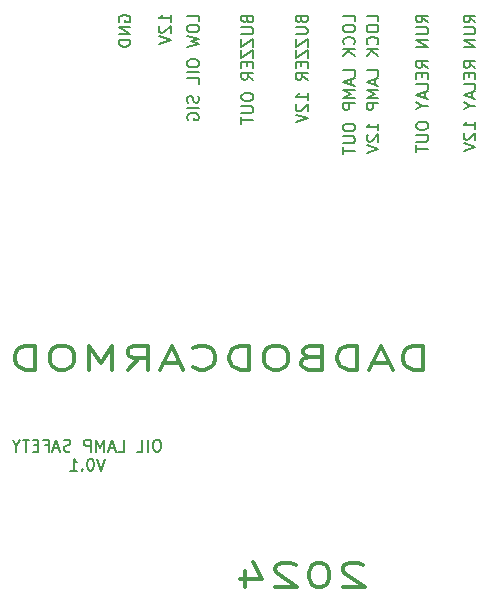
<source format=gbr>
%TF.GenerationSoftware,KiCad,Pcbnew,(6.0.5)*%
%TF.CreationDate,2024-08-08T10:41:33-06:00*%
%TF.ProjectId,oil-lamp-safety,6f696c2d-6c61-46d7-902d-736166657479,v0.1*%
%TF.SameCoordinates,Original*%
%TF.FileFunction,Legend,Bot*%
%TF.FilePolarity,Positive*%
%FSLAX46Y46*%
G04 Gerber Fmt 4.6, Leading zero omitted, Abs format (unit mm)*
G04 Created by KiCad (PCBNEW (6.0.5)) date 2024-08-08 10:41:33*
%MOMM*%
%LPD*%
G01*
G04 APERTURE LIST*
%ADD10C,0.150000*%
%ADD11C,0.300000*%
G04 APERTURE END LIST*
D10*
X123852380Y-66707023D02*
X123376190Y-66373690D01*
X123852380Y-66135595D02*
X122852380Y-66135595D01*
X122852380Y-66516547D01*
X122900000Y-66611785D01*
X122947619Y-66659404D01*
X123042857Y-66707023D01*
X123185714Y-66707023D01*
X123280952Y-66659404D01*
X123328571Y-66611785D01*
X123376190Y-66516547D01*
X123376190Y-66135595D01*
X122852380Y-67135595D02*
X123661904Y-67135595D01*
X123757142Y-67183214D01*
X123804761Y-67230833D01*
X123852380Y-67326071D01*
X123852380Y-67516547D01*
X123804761Y-67611785D01*
X123757142Y-67659404D01*
X123661904Y-67707023D01*
X122852380Y-67707023D01*
X123852380Y-68183214D02*
X122852380Y-68183214D01*
X123852380Y-68754642D01*
X122852380Y-68754642D01*
X123852380Y-70564166D02*
X123376190Y-70230833D01*
X123852380Y-69992738D02*
X122852380Y-69992738D01*
X122852380Y-70373690D01*
X122900000Y-70468928D01*
X122947619Y-70516547D01*
X123042857Y-70564166D01*
X123185714Y-70564166D01*
X123280952Y-70516547D01*
X123328571Y-70468928D01*
X123376190Y-70373690D01*
X123376190Y-69992738D01*
X123328571Y-70992738D02*
X123328571Y-71326071D01*
X123852380Y-71468928D02*
X123852380Y-70992738D01*
X122852380Y-70992738D01*
X122852380Y-71468928D01*
X123852380Y-72373690D02*
X123852380Y-71897500D01*
X122852380Y-71897500D01*
X123566666Y-72659404D02*
X123566666Y-73135595D01*
X123852380Y-72564166D02*
X122852380Y-72897500D01*
X123852380Y-73230833D01*
X123376190Y-73754642D02*
X123852380Y-73754642D01*
X122852380Y-73421309D02*
X123376190Y-73754642D01*
X122852380Y-74087976D01*
X123852380Y-75707023D02*
X123852380Y-75135595D01*
X123852380Y-75421309D02*
X122852380Y-75421309D01*
X122995238Y-75326071D01*
X123090476Y-75230833D01*
X123138095Y-75135595D01*
X122947619Y-76087976D02*
X122900000Y-76135595D01*
X122852380Y-76230833D01*
X122852380Y-76468928D01*
X122900000Y-76564166D01*
X122947619Y-76611785D01*
X123042857Y-76659404D01*
X123138095Y-76659404D01*
X123280952Y-76611785D01*
X123852380Y-76040357D01*
X123852380Y-76659404D01*
X122852380Y-76945119D02*
X123852380Y-77278452D01*
X122852380Y-77611785D01*
X119852380Y-66707023D02*
X119376190Y-66373690D01*
X119852380Y-66135595D02*
X118852380Y-66135595D01*
X118852380Y-66516547D01*
X118900000Y-66611785D01*
X118947619Y-66659404D01*
X119042857Y-66707023D01*
X119185714Y-66707023D01*
X119280952Y-66659404D01*
X119328571Y-66611785D01*
X119376190Y-66516547D01*
X119376190Y-66135595D01*
X118852380Y-67135595D02*
X119661904Y-67135595D01*
X119757142Y-67183214D01*
X119804761Y-67230833D01*
X119852380Y-67326071D01*
X119852380Y-67516547D01*
X119804761Y-67611785D01*
X119757142Y-67659404D01*
X119661904Y-67707023D01*
X118852380Y-67707023D01*
X119852380Y-68183214D02*
X118852380Y-68183214D01*
X119852380Y-68754642D01*
X118852380Y-68754642D01*
X119852380Y-70564166D02*
X119376190Y-70230833D01*
X119852380Y-69992738D02*
X118852380Y-69992738D01*
X118852380Y-70373690D01*
X118900000Y-70468928D01*
X118947619Y-70516547D01*
X119042857Y-70564166D01*
X119185714Y-70564166D01*
X119280952Y-70516547D01*
X119328571Y-70468928D01*
X119376190Y-70373690D01*
X119376190Y-69992738D01*
X119328571Y-70992738D02*
X119328571Y-71326071D01*
X119852380Y-71468928D02*
X119852380Y-70992738D01*
X118852380Y-70992738D01*
X118852380Y-71468928D01*
X119852380Y-72373690D02*
X119852380Y-71897500D01*
X118852380Y-71897500D01*
X119566666Y-72659404D02*
X119566666Y-73135595D01*
X119852380Y-72564166D02*
X118852380Y-72897500D01*
X119852380Y-73230833D01*
X119376190Y-73754642D02*
X119852380Y-73754642D01*
X118852380Y-73421309D02*
X119376190Y-73754642D01*
X118852380Y-74087976D01*
X118852380Y-75373690D02*
X118852380Y-75564166D01*
X118900000Y-75659404D01*
X118995238Y-75754642D01*
X119185714Y-75802261D01*
X119519047Y-75802261D01*
X119709523Y-75754642D01*
X119804761Y-75659404D01*
X119852380Y-75564166D01*
X119852380Y-75373690D01*
X119804761Y-75278452D01*
X119709523Y-75183214D01*
X119519047Y-75135595D01*
X119185714Y-75135595D01*
X118995238Y-75183214D01*
X118900000Y-75278452D01*
X118852380Y-75373690D01*
X118852380Y-76230833D02*
X119661904Y-76230833D01*
X119757142Y-76278452D01*
X119804761Y-76326071D01*
X119852380Y-76421309D01*
X119852380Y-76611785D01*
X119804761Y-76707023D01*
X119757142Y-76754642D01*
X119661904Y-76802261D01*
X118852380Y-76802261D01*
X118852380Y-77135595D02*
X118852380Y-77707023D01*
X119852380Y-77421309D02*
X118852380Y-77421309D01*
X115652380Y-66611785D02*
X115652380Y-66135595D01*
X114652380Y-66135595D01*
X114652380Y-67135595D02*
X114652380Y-67326071D01*
X114700000Y-67421309D01*
X114795238Y-67516547D01*
X114985714Y-67564166D01*
X115319047Y-67564166D01*
X115509523Y-67516547D01*
X115604761Y-67421309D01*
X115652380Y-67326071D01*
X115652380Y-67135595D01*
X115604761Y-67040357D01*
X115509523Y-66945119D01*
X115319047Y-66897500D01*
X114985714Y-66897500D01*
X114795238Y-66945119D01*
X114700000Y-67040357D01*
X114652380Y-67135595D01*
X115557142Y-68564166D02*
X115604761Y-68516547D01*
X115652380Y-68373690D01*
X115652380Y-68278452D01*
X115604761Y-68135595D01*
X115509523Y-68040357D01*
X115414285Y-67992738D01*
X115223809Y-67945119D01*
X115080952Y-67945119D01*
X114890476Y-67992738D01*
X114795238Y-68040357D01*
X114700000Y-68135595D01*
X114652380Y-68278452D01*
X114652380Y-68373690D01*
X114700000Y-68516547D01*
X114747619Y-68564166D01*
X115652380Y-68992738D02*
X114652380Y-68992738D01*
X115652380Y-69564166D02*
X115080952Y-69135595D01*
X114652380Y-69564166D02*
X115223809Y-68992738D01*
X115652380Y-71230833D02*
X115652380Y-70754642D01*
X114652380Y-70754642D01*
X115366666Y-71516547D02*
X115366666Y-71992738D01*
X115652380Y-71421309D02*
X114652380Y-71754642D01*
X115652380Y-72087976D01*
X115652380Y-72421309D02*
X114652380Y-72421309D01*
X115366666Y-72754642D01*
X114652380Y-73087976D01*
X115652380Y-73087976D01*
X115652380Y-73564166D02*
X114652380Y-73564166D01*
X114652380Y-73945119D01*
X114700000Y-74040357D01*
X114747619Y-74087976D01*
X114842857Y-74135595D01*
X114985714Y-74135595D01*
X115080952Y-74087976D01*
X115128571Y-74040357D01*
X115176190Y-73945119D01*
X115176190Y-73564166D01*
X115652380Y-75849880D02*
X115652380Y-75278452D01*
X115652380Y-75564166D02*
X114652380Y-75564166D01*
X114795238Y-75468928D01*
X114890476Y-75373690D01*
X114938095Y-75278452D01*
X114747619Y-76230833D02*
X114700000Y-76278452D01*
X114652380Y-76373690D01*
X114652380Y-76611785D01*
X114700000Y-76707023D01*
X114747619Y-76754642D01*
X114842857Y-76802261D01*
X114938095Y-76802261D01*
X115080952Y-76754642D01*
X115652380Y-76183214D01*
X115652380Y-76802261D01*
X114652380Y-77087976D02*
X115652380Y-77421309D01*
X114652380Y-77754642D01*
X113652380Y-66611785D02*
X113652380Y-66135595D01*
X112652380Y-66135595D01*
X112652380Y-67135595D02*
X112652380Y-67326071D01*
X112700000Y-67421309D01*
X112795238Y-67516547D01*
X112985714Y-67564166D01*
X113319047Y-67564166D01*
X113509523Y-67516547D01*
X113604761Y-67421309D01*
X113652380Y-67326071D01*
X113652380Y-67135595D01*
X113604761Y-67040357D01*
X113509523Y-66945119D01*
X113319047Y-66897500D01*
X112985714Y-66897500D01*
X112795238Y-66945119D01*
X112700000Y-67040357D01*
X112652380Y-67135595D01*
X113557142Y-68564166D02*
X113604761Y-68516547D01*
X113652380Y-68373690D01*
X113652380Y-68278452D01*
X113604761Y-68135595D01*
X113509523Y-68040357D01*
X113414285Y-67992738D01*
X113223809Y-67945119D01*
X113080952Y-67945119D01*
X112890476Y-67992738D01*
X112795238Y-68040357D01*
X112700000Y-68135595D01*
X112652380Y-68278452D01*
X112652380Y-68373690D01*
X112700000Y-68516547D01*
X112747619Y-68564166D01*
X113652380Y-68992738D02*
X112652380Y-68992738D01*
X113652380Y-69564166D02*
X113080952Y-69135595D01*
X112652380Y-69564166D02*
X113223809Y-68992738D01*
X113652380Y-71230833D02*
X113652380Y-70754642D01*
X112652380Y-70754642D01*
X113366666Y-71516547D02*
X113366666Y-71992738D01*
X113652380Y-71421309D02*
X112652380Y-71754642D01*
X113652380Y-72087976D01*
X113652380Y-72421309D02*
X112652380Y-72421309D01*
X113366666Y-72754642D01*
X112652380Y-73087976D01*
X113652380Y-73087976D01*
X113652380Y-73564166D02*
X112652380Y-73564166D01*
X112652380Y-73945119D01*
X112700000Y-74040357D01*
X112747619Y-74087976D01*
X112842857Y-74135595D01*
X112985714Y-74135595D01*
X113080952Y-74087976D01*
X113128571Y-74040357D01*
X113176190Y-73945119D01*
X113176190Y-73564166D01*
X112652380Y-75516547D02*
X112652380Y-75707023D01*
X112700000Y-75802261D01*
X112795238Y-75897500D01*
X112985714Y-75945119D01*
X113319047Y-75945119D01*
X113509523Y-75897500D01*
X113604761Y-75802261D01*
X113652380Y-75707023D01*
X113652380Y-75516547D01*
X113604761Y-75421309D01*
X113509523Y-75326071D01*
X113319047Y-75278452D01*
X112985714Y-75278452D01*
X112795238Y-75326071D01*
X112700000Y-75421309D01*
X112652380Y-75516547D01*
X112652380Y-76373690D02*
X113461904Y-76373690D01*
X113557142Y-76421309D01*
X113604761Y-76468928D01*
X113652380Y-76564166D01*
X113652380Y-76754642D01*
X113604761Y-76849880D01*
X113557142Y-76897500D01*
X113461904Y-76945119D01*
X112652380Y-76945119D01*
X112652380Y-77278452D02*
X112652380Y-77849880D01*
X113652380Y-77564166D02*
X112652380Y-77564166D01*
X109128571Y-66468928D02*
X109176190Y-66611785D01*
X109223809Y-66659404D01*
X109319047Y-66707023D01*
X109461904Y-66707023D01*
X109557142Y-66659404D01*
X109604761Y-66611785D01*
X109652380Y-66516547D01*
X109652380Y-66135595D01*
X108652380Y-66135595D01*
X108652380Y-66468928D01*
X108700000Y-66564166D01*
X108747619Y-66611785D01*
X108842857Y-66659404D01*
X108938095Y-66659404D01*
X109033333Y-66611785D01*
X109080952Y-66564166D01*
X109128571Y-66468928D01*
X109128571Y-66135595D01*
X108652380Y-67135595D02*
X109461904Y-67135595D01*
X109557142Y-67183214D01*
X109604761Y-67230833D01*
X109652380Y-67326071D01*
X109652380Y-67516547D01*
X109604761Y-67611785D01*
X109557142Y-67659404D01*
X109461904Y-67707023D01*
X108652380Y-67707023D01*
X108652380Y-68087976D02*
X108652380Y-68754642D01*
X109652380Y-68087976D01*
X109652380Y-68754642D01*
X108652380Y-69040357D02*
X108652380Y-69707023D01*
X109652380Y-69040357D01*
X109652380Y-69707023D01*
X109128571Y-70087976D02*
X109128571Y-70421309D01*
X109652380Y-70564166D02*
X109652380Y-70087976D01*
X108652380Y-70087976D01*
X108652380Y-70564166D01*
X109652380Y-71564166D02*
X109176190Y-71230833D01*
X109652380Y-70992738D02*
X108652380Y-70992738D01*
X108652380Y-71373690D01*
X108700000Y-71468928D01*
X108747619Y-71516547D01*
X108842857Y-71564166D01*
X108985714Y-71564166D01*
X109080952Y-71516547D01*
X109128571Y-71468928D01*
X109176190Y-71373690D01*
X109176190Y-70992738D01*
X109652380Y-73278452D02*
X109652380Y-72707023D01*
X109652380Y-72992738D02*
X108652380Y-72992738D01*
X108795238Y-72897500D01*
X108890476Y-72802261D01*
X108938095Y-72707023D01*
X108747619Y-73659404D02*
X108700000Y-73707023D01*
X108652380Y-73802261D01*
X108652380Y-74040357D01*
X108700000Y-74135595D01*
X108747619Y-74183214D01*
X108842857Y-74230833D01*
X108938095Y-74230833D01*
X109080952Y-74183214D01*
X109652380Y-73611785D01*
X109652380Y-74230833D01*
X108652380Y-74516547D02*
X109652380Y-74849880D01*
X108652380Y-75183214D01*
X104528571Y-66468928D02*
X104576190Y-66611785D01*
X104623809Y-66659404D01*
X104719047Y-66707023D01*
X104861904Y-66707023D01*
X104957142Y-66659404D01*
X105004761Y-66611785D01*
X105052380Y-66516547D01*
X105052380Y-66135595D01*
X104052380Y-66135595D01*
X104052380Y-66468928D01*
X104100000Y-66564166D01*
X104147619Y-66611785D01*
X104242857Y-66659404D01*
X104338095Y-66659404D01*
X104433333Y-66611785D01*
X104480952Y-66564166D01*
X104528571Y-66468928D01*
X104528571Y-66135595D01*
X104052380Y-67135595D02*
X104861904Y-67135595D01*
X104957142Y-67183214D01*
X105004761Y-67230833D01*
X105052380Y-67326071D01*
X105052380Y-67516547D01*
X105004761Y-67611785D01*
X104957142Y-67659404D01*
X104861904Y-67707023D01*
X104052380Y-67707023D01*
X104052380Y-68087976D02*
X104052380Y-68754642D01*
X105052380Y-68087976D01*
X105052380Y-68754642D01*
X104052380Y-69040357D02*
X104052380Y-69707023D01*
X105052380Y-69040357D01*
X105052380Y-69707023D01*
X104528571Y-70087976D02*
X104528571Y-70421309D01*
X105052380Y-70564166D02*
X105052380Y-70087976D01*
X104052380Y-70087976D01*
X104052380Y-70564166D01*
X105052380Y-71564166D02*
X104576190Y-71230833D01*
X105052380Y-70992738D02*
X104052380Y-70992738D01*
X104052380Y-71373690D01*
X104100000Y-71468928D01*
X104147619Y-71516547D01*
X104242857Y-71564166D01*
X104385714Y-71564166D01*
X104480952Y-71516547D01*
X104528571Y-71468928D01*
X104576190Y-71373690D01*
X104576190Y-70992738D01*
X104052380Y-72945119D02*
X104052380Y-73135595D01*
X104100000Y-73230833D01*
X104195238Y-73326071D01*
X104385714Y-73373690D01*
X104719047Y-73373690D01*
X104909523Y-73326071D01*
X105004761Y-73230833D01*
X105052380Y-73135595D01*
X105052380Y-72945119D01*
X105004761Y-72849880D01*
X104909523Y-72754642D01*
X104719047Y-72707023D01*
X104385714Y-72707023D01*
X104195238Y-72754642D01*
X104100000Y-72849880D01*
X104052380Y-72945119D01*
X104052380Y-73802261D02*
X104861904Y-73802261D01*
X104957142Y-73849880D01*
X105004761Y-73897500D01*
X105052380Y-73992738D01*
X105052380Y-74183214D01*
X105004761Y-74278452D01*
X104957142Y-74326071D01*
X104861904Y-74373690D01*
X104052380Y-74373690D01*
X104052380Y-74707023D02*
X104052380Y-75278452D01*
X105052380Y-74992738D02*
X104052380Y-74992738D01*
X100452380Y-66611785D02*
X100452380Y-66135595D01*
X99452380Y-66135595D01*
X99452380Y-67135595D02*
X99452380Y-67326071D01*
X99500000Y-67421309D01*
X99595238Y-67516547D01*
X99785714Y-67564166D01*
X100119047Y-67564166D01*
X100309523Y-67516547D01*
X100404761Y-67421309D01*
X100452380Y-67326071D01*
X100452380Y-67135595D01*
X100404761Y-67040357D01*
X100309523Y-66945119D01*
X100119047Y-66897500D01*
X99785714Y-66897500D01*
X99595238Y-66945119D01*
X99500000Y-67040357D01*
X99452380Y-67135595D01*
X99452380Y-67897500D02*
X100452380Y-68135595D01*
X99738095Y-68326071D01*
X100452380Y-68516547D01*
X99452380Y-68754642D01*
X99452380Y-70087976D02*
X99452380Y-70278452D01*
X99500000Y-70373690D01*
X99595238Y-70468928D01*
X99785714Y-70516547D01*
X100119047Y-70516547D01*
X100309523Y-70468928D01*
X100404761Y-70373690D01*
X100452380Y-70278452D01*
X100452380Y-70087976D01*
X100404761Y-69992738D01*
X100309523Y-69897500D01*
X100119047Y-69849880D01*
X99785714Y-69849880D01*
X99595238Y-69897500D01*
X99500000Y-69992738D01*
X99452380Y-70087976D01*
X100452380Y-70945119D02*
X99452380Y-70945119D01*
X100452380Y-71897500D02*
X100452380Y-71421309D01*
X99452380Y-71421309D01*
X100404761Y-72945119D02*
X100452380Y-73087976D01*
X100452380Y-73326071D01*
X100404761Y-73421309D01*
X100357142Y-73468928D01*
X100261904Y-73516547D01*
X100166666Y-73516547D01*
X100071428Y-73468928D01*
X100023809Y-73421309D01*
X99976190Y-73326071D01*
X99928571Y-73135595D01*
X99880952Y-73040357D01*
X99833333Y-72992738D01*
X99738095Y-72945119D01*
X99642857Y-72945119D01*
X99547619Y-72992738D01*
X99500000Y-73040357D01*
X99452380Y-73135595D01*
X99452380Y-73373690D01*
X99500000Y-73516547D01*
X100452380Y-73945119D02*
X99452380Y-73945119D01*
X99500000Y-74945119D02*
X99452380Y-74849880D01*
X99452380Y-74707023D01*
X99500000Y-74564166D01*
X99595238Y-74468928D01*
X99690476Y-74421309D01*
X99880952Y-74373690D01*
X100023809Y-74373690D01*
X100214285Y-74421309D01*
X100309523Y-74468928D01*
X100404761Y-74564166D01*
X100452380Y-74707023D01*
X100452380Y-74802261D01*
X100404761Y-74945119D01*
X100357142Y-74992738D01*
X100023809Y-74992738D01*
X100023809Y-74802261D01*
X98052380Y-66659404D02*
X98052380Y-66087976D01*
X98052380Y-66373690D02*
X97052380Y-66373690D01*
X97195238Y-66278452D01*
X97290476Y-66183214D01*
X97338095Y-66087976D01*
X97147619Y-67040357D02*
X97100000Y-67087976D01*
X97052380Y-67183214D01*
X97052380Y-67421309D01*
X97100000Y-67516547D01*
X97147619Y-67564166D01*
X97242857Y-67611785D01*
X97338095Y-67611785D01*
X97480952Y-67564166D01*
X98052380Y-66992738D01*
X98052380Y-67611785D01*
X97052380Y-67897500D02*
X98052380Y-68230833D01*
X97052380Y-68564166D01*
X93700000Y-66659404D02*
X93652380Y-66564166D01*
X93652380Y-66421309D01*
X93700000Y-66278452D01*
X93795238Y-66183214D01*
X93890476Y-66135595D01*
X94080952Y-66087976D01*
X94223809Y-66087976D01*
X94414285Y-66135595D01*
X94509523Y-66183214D01*
X94604761Y-66278452D01*
X94652380Y-66421309D01*
X94652380Y-66516547D01*
X94604761Y-66659404D01*
X94557142Y-66707023D01*
X94223809Y-66707023D01*
X94223809Y-66516547D01*
X94652380Y-67135595D02*
X93652380Y-67135595D01*
X94652380Y-67707023D01*
X93652380Y-67707023D01*
X94652380Y-68183214D02*
X93652380Y-68183214D01*
X93652380Y-68421309D01*
X93700000Y-68564166D01*
X93795238Y-68659404D01*
X93890476Y-68707023D01*
X94080952Y-68754642D01*
X94223809Y-68754642D01*
X94414285Y-68707023D01*
X94509523Y-68659404D01*
X94604761Y-68564166D01*
X94652380Y-68421309D01*
X94652380Y-68183214D01*
D11*
X114342857Y-112695238D02*
X114200000Y-112600000D01*
X113914285Y-112504761D01*
X113200000Y-112504761D01*
X112914285Y-112600000D01*
X112771428Y-112695238D01*
X112628571Y-112885714D01*
X112628571Y-113076190D01*
X112771428Y-113361904D01*
X114485714Y-114504761D01*
X112628571Y-114504761D01*
X110771428Y-112504761D02*
X110485714Y-112504761D01*
X110200000Y-112600000D01*
X110057142Y-112695238D01*
X109914285Y-112885714D01*
X109771428Y-113266666D01*
X109771428Y-113742857D01*
X109914285Y-114123809D01*
X110057142Y-114314285D01*
X110200000Y-114409523D01*
X110485714Y-114504761D01*
X110771428Y-114504761D01*
X111057142Y-114409523D01*
X111200000Y-114314285D01*
X111342857Y-114123809D01*
X111485714Y-113742857D01*
X111485714Y-113266666D01*
X111342857Y-112885714D01*
X111200000Y-112695238D01*
X111057142Y-112600000D01*
X110771428Y-112504761D01*
X108628571Y-112695238D02*
X108485714Y-112600000D01*
X108200000Y-112504761D01*
X107485714Y-112504761D01*
X107200000Y-112600000D01*
X107057142Y-112695238D01*
X106914285Y-112885714D01*
X106914285Y-113076190D01*
X107057142Y-113361904D01*
X108771428Y-114504761D01*
X106914285Y-114504761D01*
X104342857Y-113171428D02*
X104342857Y-114504761D01*
X105057142Y-112409523D02*
X105771428Y-113838095D01*
X103914285Y-113838095D01*
D10*
X97000000Y-102047380D02*
X96809523Y-102047380D01*
X96714285Y-102095000D01*
X96619047Y-102190238D01*
X96571428Y-102380714D01*
X96571428Y-102714047D01*
X96619047Y-102904523D01*
X96714285Y-102999761D01*
X96809523Y-103047380D01*
X97000000Y-103047380D01*
X97095238Y-102999761D01*
X97190476Y-102904523D01*
X97238095Y-102714047D01*
X97238095Y-102380714D01*
X97190476Y-102190238D01*
X97095238Y-102095000D01*
X97000000Y-102047380D01*
X96142857Y-103047380D02*
X96142857Y-102047380D01*
X95190476Y-103047380D02*
X95666666Y-103047380D01*
X95666666Y-102047380D01*
X93619047Y-103047380D02*
X94095238Y-103047380D01*
X94095238Y-102047380D01*
X93333333Y-102761666D02*
X92857142Y-102761666D01*
X93428571Y-103047380D02*
X93095238Y-102047380D01*
X92761904Y-103047380D01*
X92428571Y-103047380D02*
X92428571Y-102047380D01*
X92095238Y-102761666D01*
X91761904Y-102047380D01*
X91761904Y-103047380D01*
X91285714Y-103047380D02*
X91285714Y-102047380D01*
X90904761Y-102047380D01*
X90809523Y-102095000D01*
X90761904Y-102142619D01*
X90714285Y-102237857D01*
X90714285Y-102380714D01*
X90761904Y-102475952D01*
X90809523Y-102523571D01*
X90904761Y-102571190D01*
X91285714Y-102571190D01*
X89571428Y-102999761D02*
X89428571Y-103047380D01*
X89190476Y-103047380D01*
X89095238Y-102999761D01*
X89047619Y-102952142D01*
X89000000Y-102856904D01*
X89000000Y-102761666D01*
X89047619Y-102666428D01*
X89095238Y-102618809D01*
X89190476Y-102571190D01*
X89380952Y-102523571D01*
X89476190Y-102475952D01*
X89523809Y-102428333D01*
X89571428Y-102333095D01*
X89571428Y-102237857D01*
X89523809Y-102142619D01*
X89476190Y-102095000D01*
X89380952Y-102047380D01*
X89142857Y-102047380D01*
X89000000Y-102095000D01*
X88619047Y-102761666D02*
X88142857Y-102761666D01*
X88714285Y-103047380D02*
X88380952Y-102047380D01*
X88047619Y-103047380D01*
X87380952Y-102523571D02*
X87714285Y-102523571D01*
X87714285Y-103047380D02*
X87714285Y-102047380D01*
X87238095Y-102047380D01*
X86857142Y-102523571D02*
X86523809Y-102523571D01*
X86380952Y-103047380D02*
X86857142Y-103047380D01*
X86857142Y-102047380D01*
X86380952Y-102047380D01*
X86095238Y-102047380D02*
X85523809Y-102047380D01*
X85809523Y-103047380D02*
X85809523Y-102047380D01*
X85000000Y-102571190D02*
X85000000Y-103047380D01*
X85333333Y-102047380D02*
X85000000Y-102571190D01*
X84666666Y-102047380D01*
X92523809Y-103657380D02*
X92190476Y-104657380D01*
X91857142Y-103657380D01*
X91333333Y-103657380D02*
X91238095Y-103657380D01*
X91142857Y-103705000D01*
X91095238Y-103752619D01*
X91047619Y-103847857D01*
X91000000Y-104038333D01*
X91000000Y-104276428D01*
X91047619Y-104466904D01*
X91095238Y-104562142D01*
X91142857Y-104609761D01*
X91238095Y-104657380D01*
X91333333Y-104657380D01*
X91428571Y-104609761D01*
X91476190Y-104562142D01*
X91523809Y-104466904D01*
X91571428Y-104276428D01*
X91571428Y-104038333D01*
X91523809Y-103847857D01*
X91476190Y-103752619D01*
X91428571Y-103705000D01*
X91333333Y-103657380D01*
X90571428Y-104562142D02*
X90523809Y-104609761D01*
X90571428Y-104657380D01*
X90619047Y-104609761D01*
X90571428Y-104562142D01*
X90571428Y-104657380D01*
X89571428Y-104657380D02*
X90142857Y-104657380D01*
X89857142Y-104657380D02*
X89857142Y-103657380D01*
X89952380Y-103800238D01*
X90047619Y-103895476D01*
X90142857Y-103943095D01*
D11*
X119414285Y-96104761D02*
X119414285Y-94104761D01*
X118700000Y-94104761D01*
X118271428Y-94200000D01*
X117985714Y-94390476D01*
X117842857Y-94580952D01*
X117699999Y-94961904D01*
X117699999Y-95247619D01*
X117842857Y-95628571D01*
X117985714Y-95819047D01*
X118271428Y-96009523D01*
X118700000Y-96104761D01*
X119414285Y-96104761D01*
X116557142Y-95533333D02*
X115128571Y-95533333D01*
X116842857Y-96104761D02*
X115842857Y-94104761D01*
X114842857Y-96104761D01*
X113842857Y-96104761D02*
X113842857Y-94104761D01*
X113128571Y-94104761D01*
X112699999Y-94200000D01*
X112414285Y-94390476D01*
X112271428Y-94580952D01*
X112128571Y-94961904D01*
X112128571Y-95247619D01*
X112271428Y-95628571D01*
X112414285Y-95819047D01*
X112699999Y-96009523D01*
X113128571Y-96104761D01*
X113842857Y-96104761D01*
X109842857Y-95057142D02*
X109414285Y-95152380D01*
X109271428Y-95247619D01*
X109128571Y-95438095D01*
X109128571Y-95723809D01*
X109271428Y-95914285D01*
X109414285Y-96009523D01*
X109699999Y-96104761D01*
X110842857Y-96104761D01*
X110842857Y-94104761D01*
X109842857Y-94104761D01*
X109557142Y-94200000D01*
X109414285Y-94295238D01*
X109271428Y-94485714D01*
X109271428Y-94676190D01*
X109414285Y-94866666D01*
X109557142Y-94961904D01*
X109842857Y-95057142D01*
X110842857Y-95057142D01*
X107271428Y-94104761D02*
X106699999Y-94104761D01*
X106414285Y-94200000D01*
X106128571Y-94390476D01*
X105985714Y-94771428D01*
X105985714Y-95438095D01*
X106128571Y-95819047D01*
X106414285Y-96009523D01*
X106699999Y-96104761D01*
X107271428Y-96104761D01*
X107557142Y-96009523D01*
X107842857Y-95819047D01*
X107985714Y-95438095D01*
X107985714Y-94771428D01*
X107842857Y-94390476D01*
X107557142Y-94200000D01*
X107271428Y-94104761D01*
X104700000Y-96104761D02*
X104700000Y-94104761D01*
X103985714Y-94104761D01*
X103557142Y-94200000D01*
X103271428Y-94390476D01*
X103128571Y-94580952D01*
X102985714Y-94961904D01*
X102985714Y-95247619D01*
X103128571Y-95628571D01*
X103271428Y-95819047D01*
X103557142Y-96009523D01*
X103985714Y-96104761D01*
X104700000Y-96104761D01*
X99985714Y-95914285D02*
X100128571Y-96009523D01*
X100557142Y-96104761D01*
X100842857Y-96104761D01*
X101271428Y-96009523D01*
X101557142Y-95819047D01*
X101700000Y-95628571D01*
X101842857Y-95247619D01*
X101842857Y-94961904D01*
X101700000Y-94580952D01*
X101557142Y-94390476D01*
X101271428Y-94200000D01*
X100842857Y-94104761D01*
X100557142Y-94104761D01*
X100128571Y-94200000D01*
X99985714Y-94295238D01*
X98842857Y-95533333D02*
X97414285Y-95533333D01*
X99128571Y-96104761D02*
X98128571Y-94104761D01*
X97128571Y-96104761D01*
X94414285Y-96104761D02*
X95414285Y-95152380D01*
X96128571Y-96104761D02*
X96128571Y-94104761D01*
X94985714Y-94104761D01*
X94700000Y-94200000D01*
X94557142Y-94295238D01*
X94414285Y-94485714D01*
X94414285Y-94771428D01*
X94557142Y-94961904D01*
X94700000Y-95057142D01*
X94985714Y-95152380D01*
X96128571Y-95152380D01*
X93128571Y-96104761D02*
X93128571Y-94104761D01*
X92128571Y-95533333D01*
X91128571Y-94104761D01*
X91128571Y-96104761D01*
X89128571Y-94104761D02*
X88557142Y-94104761D01*
X88271428Y-94200000D01*
X87985714Y-94390476D01*
X87842857Y-94771428D01*
X87842857Y-95438095D01*
X87985714Y-95819047D01*
X88271428Y-96009523D01*
X88557142Y-96104761D01*
X89128571Y-96104761D01*
X89414285Y-96009523D01*
X89700000Y-95819047D01*
X89842857Y-95438095D01*
X89842857Y-94771428D01*
X89700000Y-94390476D01*
X89414285Y-94200000D01*
X89128571Y-94104761D01*
X86557142Y-96104761D02*
X86557142Y-94104761D01*
X85842857Y-94104761D01*
X85414285Y-94200000D01*
X85128571Y-94390476D01*
X84985714Y-94580952D01*
X84842857Y-94961904D01*
X84842857Y-95247619D01*
X84985714Y-95628571D01*
X85128571Y-95819047D01*
X85414285Y-96009523D01*
X85842857Y-96104761D01*
X86557142Y-96104761D01*
M02*

</source>
